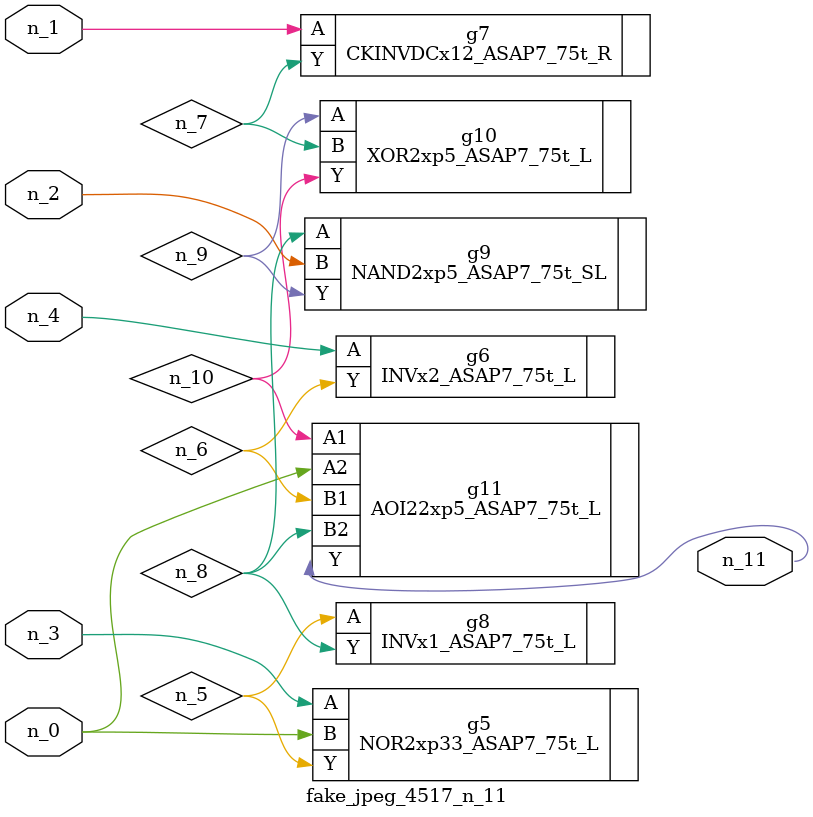
<source format=v>
module fake_jpeg_4517_n_11 (n_3, n_2, n_1, n_0, n_4, n_11);

input n_3;
input n_2;
input n_1;
input n_0;
input n_4;

output n_11;

wire n_10;
wire n_8;
wire n_9;
wire n_6;
wire n_5;
wire n_7;

NOR2xp33_ASAP7_75t_L g5 ( 
.A(n_3),
.B(n_0),
.Y(n_5)
);

INVx2_ASAP7_75t_L g6 ( 
.A(n_4),
.Y(n_6)
);

CKINVDCx12_ASAP7_75t_R g7 ( 
.A(n_1),
.Y(n_7)
);

INVx1_ASAP7_75t_L g8 ( 
.A(n_5),
.Y(n_8)
);

NAND2xp5_ASAP7_75t_SL g9 ( 
.A(n_8),
.B(n_2),
.Y(n_9)
);

XOR2xp5_ASAP7_75t_L g10 ( 
.A(n_9),
.B(n_7),
.Y(n_10)
);

AOI22xp5_ASAP7_75t_L g11 ( 
.A1(n_10),
.A2(n_0),
.B1(n_6),
.B2(n_8),
.Y(n_11)
);


endmodule
</source>
